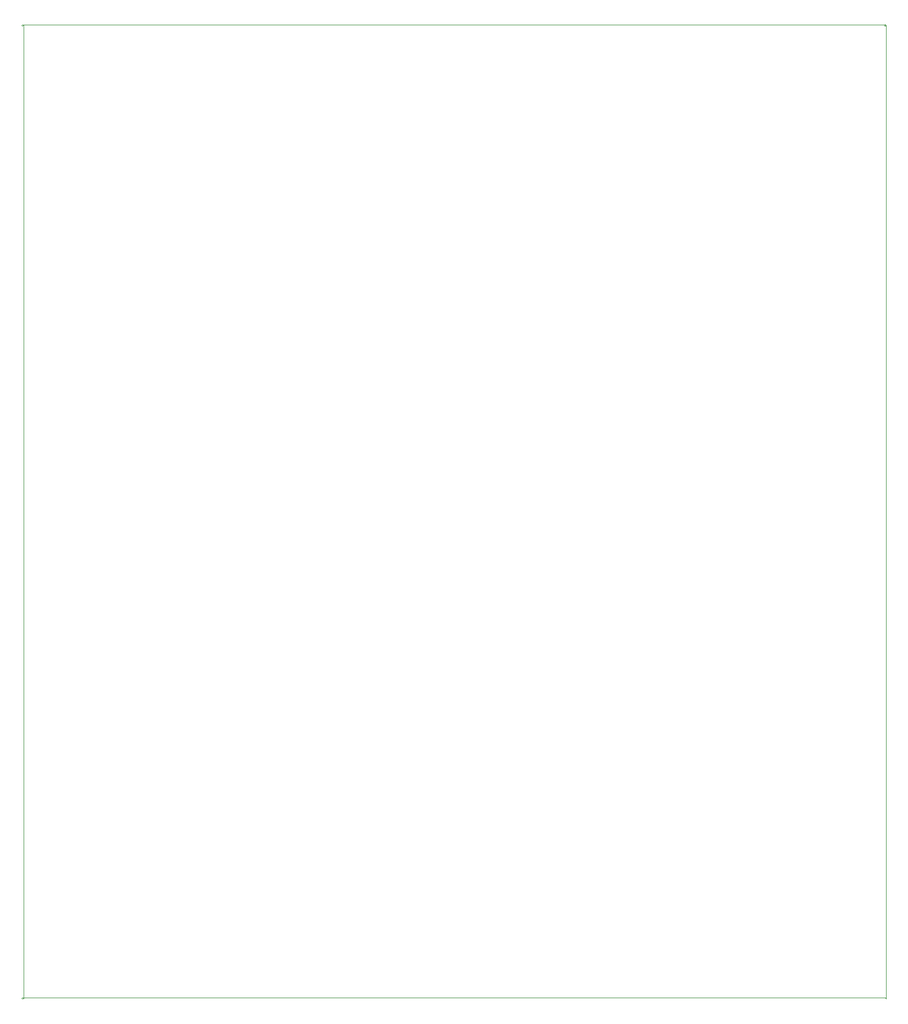
<source format=gbr>
%TF.GenerationSoftware,Altium Limited,Altium Designer,19.1.6 (110)*%
G04 Layer_Color=0*
%FSLAX43Y43*%
%MOMM*%
%TF.FileFunction,Profile,NP*%
%TF.Part,Single*%
G01*
G75*
%TA.AperFunction,Profile*%
%ADD53C,0.025*%
D53*
X0Y-127D02*
G02*
X-127Y0I0J127D01*
G01*
D02*
G02*
X0Y127I127J0D01*
G01*
X133000D01*
D02*
G02*
X133127Y0I0J-127D01*
G01*
Y150000D01*
D02*
G03*
X132998Y150127I-127J0D01*
G01*
D02*
G03*
X132913Y150094I2J-127D01*
G01*
D02*
G02*
X132950Y150100I36J-94D01*
G01*
X133000D01*
D02*
G02*
X133100Y150000I0J-100D01*
G01*
D02*
G02*
X133000Y149900I-100J0D01*
G01*
X132950D01*
D02*
G02*
X132873Y149936I0J100D01*
G01*
D02*
G02*
X132913Y150094I77J64D01*
G01*
X133000Y150127D01*
X-0D01*
D02*
G02*
X-0Y150127I0J-127D01*
G01*
D02*
G02*
X127Y150000I-0J-127D01*
G01*
Y149873D01*
X127Y127D01*
Y0D01*
D02*
G02*
X0Y-127I-127J0D01*
G01*
%TF.MD5,c7d68d9213542d9d0f9bce3cc27de34a*%
M02*

</source>
